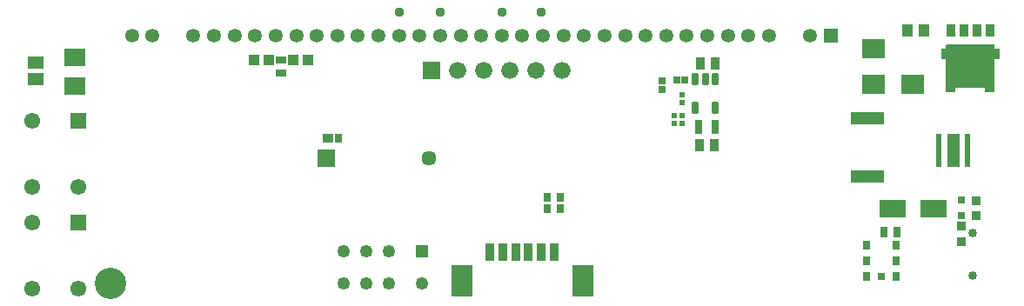
<source format=gbr>
%TF.GenerationSoftware,Altium Limited,Altium Designer,22.2.1 (43)*%
G04 Layer_Color=12360588*
%FSLAX26Y26*%
%MOIN*%
%TF.SameCoordinates,49CA406D-FE3E-4379-A0B2-47437619DC98*%
%TF.FilePolarity,Negative*%
%TF.FileFunction,Soldermask,Top*%
%TF.Part,Single*%
G01*
G75*
%TA.AperFunction,SMDPad,CuDef*%
%ADD18R,0.098425X0.066929*%
%ADD19R,0.029528X0.039370*%
%ADD22R,0.126308X0.045468*%
%ADD24R,0.031496X0.031496*%
%ADD25R,0.051181X0.129921*%
%ADD26R,0.019685X0.129921*%
%ADD27R,0.031496X0.055118*%
%TA.AperFunction,ComponentPad*%
%ADD55C,0.049213*%
%ADD56R,0.049213X0.049213*%
%ADD57C,0.061024*%
%ADD58R,0.061024X0.061024*%
%TA.AperFunction,SMDPad,CuDef*%
%ADD143R,0.028346X0.040157*%
%ADD146R,0.038000X0.038000*%
%ADD148R,0.023323X0.021748*%
%ADD154R,0.040157X0.028346*%
%ADD176C,0.037496*%
G04:AMPARAMS|DCode=182|XSize=29.622mil|YSize=45.37mil|CornerRadius=5.008mil|HoleSize=0mil|Usage=FLASHONLY|Rotation=180.000|XOffset=0mil|YOffset=0mil|HoleType=Round|Shape=RoundedRectangle|*
%AMROUNDEDRECTD182*
21,1,0.029622,0.035354,0,0,180.0*
21,1,0.019606,0.045370,0,0,180.0*
1,1,0.010016,-0.009803,0.017677*
1,1,0.010016,0.009803,0.017677*
1,1,0.010016,0.009803,-0.017677*
1,1,0.010016,-0.009803,-0.017677*
%
%ADD182ROUNDEDRECTD182*%
%TA.AperFunction,ComponentPad*%
%ADD185R,0.053244X0.053244*%
%ADD186C,0.053244*%
%ADD187R,0.070961X0.070961*%
%ADD188C,0.057181*%
%ADD189C,0.120173*%
%ADD190C,0.033559*%
%ADD191R,0.066000X0.066000*%
%ADD192C,0.066000*%
%TA.AperFunction,ViaPad*%
%ADD193C,0.025685*%
%TA.AperFunction,SMDPad,CuDef*%
%ADD198R,0.043402X0.043402*%
%ADD199R,0.027654X0.025685*%
%ADD200R,0.029622X0.031591*%
%ADD201R,0.029622X0.037496*%
%ADD202R,0.028740X0.036221*%
%ADD203R,0.044488X0.036221*%
%ADD204R,0.035528X0.045370*%
%ADD205R,0.041433X0.045370*%
%ADD206R,0.037496X0.037496*%
%ADD207R,0.033559X0.045370*%
%ADD208R,0.088677X0.072929*%
%ADD209R,0.029622X0.033559*%
%ADD210R,0.029622X0.025685*%
%ADD211R,0.084740X0.124110*%
%ADD212R,0.037496X0.068992*%
%TA.AperFunction,ConnectorPad*%
%ADD213R,0.063087X0.045370*%
%TA.AperFunction,SMDPad,CuDef*%
%ADD214R,0.084740X0.068992*%
G36*
X3845235Y1015336D02*
X3845456Y1015283D01*
X3845694Y1015225D01*
X3846131Y1015045D01*
X3846533Y1014798D01*
X3846892Y1014491D01*
Y1014491D01*
X3846892D01*
X3847199Y1014132D01*
X3847446Y1013730D01*
X3847626Y1013293D01*
X3847684Y1013055D01*
X3847737Y1012834D01*
X3847774Y1012363D01*
Y1012363D01*
Y1012363D01*
X3847773Y998639D01*
X3864252Y998639D01*
X3864722Y998602D01*
X3865182Y998492D01*
X3865362Y998417D01*
X3865618Y998311D01*
X3866020Y998064D01*
X3866380Y997758D01*
Y997758D01*
X3866380D01*
X3866686Y997399D01*
X3866933Y996996D01*
X3867039Y996740D01*
X3867114Y996560D01*
X3867224Y996101D01*
X3867261Y995630D01*
X3867263Y960001D01*
Y960001D01*
D01*
X3867226Y959530D01*
X3867115Y959071D01*
X3867041Y958891D01*
X3866935Y958635D01*
X3866688Y958232D01*
X3866381Y957873D01*
X3866381D01*
Y957873D01*
X3866022Y957567D01*
X3865619Y957320D01*
X3865364Y957214D01*
X3865183Y957139D01*
X3864724Y957029D01*
X3864253Y956992D01*
D01*
X3864253D01*
X3847772Y956992D01*
X3847773Y834016D01*
D01*
D01*
Y834016D01*
X3847736Y833546D01*
X3847626Y833087D01*
X3847445Y832650D01*
X3847294Y832404D01*
X3847199Y832248D01*
X3846892Y831889D01*
X3846892D01*
Y831889D01*
X3846533Y831582D01*
X3846377Y831486D01*
X3846130Y831335D01*
X3845694Y831154D01*
X3845235Y831044D01*
X3844764Y831007D01*
X3815237Y831006D01*
D01*
D01*
X3815237D01*
X3814766Y831043D01*
X3814656Y831070D01*
X3814307Y831153D01*
X3813871Y831334D01*
X3813715Y831430D01*
X3813468Y831581D01*
X3813162Y831843D01*
X3813109Y831887D01*
Y831887D01*
X3813109D01*
X3813064Y831940D01*
X3812802Y832246D01*
X3812651Y832493D01*
X3812556Y832649D01*
X3812375Y833085D01*
X3812291Y833434D01*
X3812265Y833544D01*
X3812228Y834015D01*
X3812226Y849706D01*
X3697774Y849708D01*
X3697773Y834016D01*
X3697736Y833545D01*
X3697656Y833214D01*
X3697625Y833087D01*
X3697625Y833086D01*
Y833086D01*
X3697581Y832981D01*
X3697445Y832650D01*
X3697198Y832248D01*
X3697198Y832247D01*
X3697198Y832247D01*
X3696996Y832011D01*
X3696891Y831889D01*
X3696891Y831888D01*
X3696891Y831888D01*
X3696768Y831784D01*
X3696532Y831582D01*
X3696532Y831582D01*
X3696532Y831582D01*
X3696129Y831335D01*
X3695799Y831198D01*
X3695693Y831154D01*
X3695693D01*
X3695693Y831154D01*
X3695565Y831123D01*
X3695234Y831044D01*
X3694763Y831007D01*
X3665237Y831006D01*
X3664766Y831043D01*
X3664307Y831153D01*
X3664127Y831228D01*
X3663871Y831334D01*
X3663468Y831581D01*
X3663109Y831887D01*
Y831887D01*
X3663109D01*
X3662803Y832246D01*
X3662556Y832649D01*
X3662450Y832904D01*
X3662375Y833085D01*
X3662265Y833544D01*
X3662228Y834015D01*
X3662226Y956990D01*
X3645748Y956991D01*
X3645277Y957028D01*
X3644818Y957138D01*
X3644382Y957319D01*
X3644135Y957470D01*
X3643979Y957566D01*
X3643620Y957872D01*
Y957872D01*
X3643620D01*
X3643313Y958232D01*
X3643218Y958388D01*
X3643067Y958634D01*
X3642886Y959070D01*
X3642776Y959530D01*
X3642739Y960000D01*
X3642739Y995630D01*
X3642776Y996101D01*
X3642887Y996560D01*
X3643067Y996996D01*
X3643314Y997399D01*
X3643621Y997758D01*
X3643980Y998065D01*
X3644382Y998311D01*
X3644819Y998492D01*
X3645278Y998602D01*
X3645749Y998639D01*
X3662227Y998639D01*
X3662227Y1012362D01*
D01*
Y1012362D01*
X3662264Y1012833D01*
X3662374Y1013292D01*
X3662555Y1013729D01*
X3662802Y1014131D01*
X3663063Y1014438D01*
X3663108Y1014490D01*
X3663108D01*
Y1014490D01*
X3663160Y1014535D01*
X3663467Y1014797D01*
X3663870Y1015044D01*
X3664306Y1015224D01*
X3664765Y1015335D01*
X3665236Y1015372D01*
D01*
X3665236D01*
X3844764Y1015373D01*
X3844764D01*
X3844765D01*
X3845235Y1015336D01*
D02*
G37*
D18*
X3613742Y385000D02*
D03*
X3456259Y385001D02*
D03*
D19*
X3755001Y959999D02*
D03*
D22*
X3359999Y508754D02*
D03*
X3360000Y731246D02*
D03*
D24*
X3720835Y358622D02*
D03*
X3720836Y417677D02*
D03*
D25*
X3690000Y610000D02*
D03*
D26*
X3634882Y610000D02*
D03*
X3745118Y610000D02*
D03*
D27*
X2713385Y699897D02*
D03*
X2776378Y699898D02*
D03*
D55*
X1355394Y97008D02*
D03*
X1442008Y97008D02*
D03*
X1528622Y97008D02*
D03*
X1355393Y222992D02*
D03*
X1442008D02*
D03*
X1528622Y222992D02*
D03*
X1654606Y97008D02*
D03*
D56*
X1654607Y222992D02*
D03*
D57*
X161417Y467047D02*
D03*
Y722953D02*
D03*
X338583Y467047D02*
D03*
X161417Y77047D02*
D03*
Y332953D02*
D03*
X338583Y77047D02*
D03*
D58*
Y722953D02*
D03*
Y332953D02*
D03*
D143*
X3424410Y295004D02*
D03*
X3475591Y295005D02*
D03*
D146*
X3719643Y259501D02*
D03*
X3719642Y319500D02*
D03*
D148*
X2652247Y710567D02*
D03*
X2652246Y740488D02*
D03*
X2619701Y740525D02*
D03*
Y710604D02*
D03*
X2651898Y790568D02*
D03*
X2651897Y820488D02*
D03*
D154*
X1115005Y955590D02*
D03*
X1115005Y904409D02*
D03*
D176*
X2112224Y1140000D02*
D03*
X1960085D02*
D03*
X1725000D02*
D03*
X1568853D02*
D03*
D182*
X2776693Y772685D02*
D03*
X2701890Y772685D02*
D03*
X2701890Y880953D02*
D03*
X2739291Y880953D02*
D03*
X2776693Y880953D02*
D03*
D185*
X3220000Y1050000D02*
D03*
D186*
X3141260Y1050000D02*
D03*
X2983779Y1050000D02*
D03*
X2905040D02*
D03*
X2826299Y1050000D02*
D03*
X2747559Y1050000D02*
D03*
X2668819Y1050000D02*
D03*
X2590078Y1050001D02*
D03*
X2511338Y1050000D02*
D03*
X2432599Y1050000D02*
D03*
X2353858Y1050000D02*
D03*
X2275118Y1050000D02*
D03*
X2196377D02*
D03*
X2117637D02*
D03*
X2038898Y1050001D02*
D03*
X1960157Y1050000D02*
D03*
X1881417Y1050001D02*
D03*
X1802677Y1050000D02*
D03*
X1723936Y1049999D02*
D03*
X1645196D02*
D03*
X1566456Y1050000D02*
D03*
X1487716Y1050000D02*
D03*
X1408976Y1050000D02*
D03*
X1330235Y1050000D02*
D03*
X1251495Y1050000D02*
D03*
X1172756Y1050000D02*
D03*
X1094015Y1050001D02*
D03*
X1015275Y1050000D02*
D03*
X936534D02*
D03*
X857795Y1050000D02*
D03*
X779054Y1049999D02*
D03*
X621574Y1050000D02*
D03*
X542834Y1050001D02*
D03*
D187*
X1288150Y580000D02*
D03*
D188*
X1681851Y579999D02*
D03*
D189*
X460000Y100000D02*
D03*
D190*
X3763544Y291693D02*
D03*
X3763543Y128307D02*
D03*
D191*
X1690000Y915000D02*
D03*
D192*
X1790000D02*
D03*
X1890000Y914999D02*
D03*
X1990000Y915000D02*
D03*
X2090000Y915000D02*
D03*
X2190000Y915000D02*
D03*
D193*
X3755000Y873485D02*
D03*
X3794370Y873485D02*
D03*
X3833740Y873484D02*
D03*
X3676260Y873485D02*
D03*
X3715629Y873484D02*
D03*
X3755000Y991594D02*
D03*
X3833740Y991594D02*
D03*
X3715630Y991593D02*
D03*
X3676259Y991595D02*
D03*
X3794370Y991595D02*
D03*
X3715631Y912855D02*
D03*
X3676259Y912854D02*
D03*
X3833740Y912854D02*
D03*
X3794370D02*
D03*
X3755001Y912854D02*
D03*
X3794370Y952225D02*
D03*
X3676260Y952225D02*
D03*
X3715630Y952224D02*
D03*
X3833740Y952225D02*
D03*
X3755001Y952224D02*
D03*
D198*
X1068543Y955000D02*
D03*
X1011457D02*
D03*
X1218543Y955000D02*
D03*
X1161457D02*
D03*
D199*
X2630236Y880000D02*
D03*
X2659764D02*
D03*
D200*
X2575000Y843268D02*
D03*
X2575000Y876732D02*
D03*
D201*
X2185591Y430001D02*
D03*
X2134410Y430001D02*
D03*
X2134409Y385000D02*
D03*
X2185591Y385000D02*
D03*
D202*
X1335394Y655000D02*
D03*
D203*
X1292481Y655000D02*
D03*
D204*
X3830001Y1070040D02*
D03*
X3780001Y1070038D02*
D03*
X3729999Y1070039D02*
D03*
X3679999Y1070039D02*
D03*
D205*
X3576496Y1069999D02*
D03*
X3513505Y1070000D02*
D03*
D206*
X3777235Y357638D02*
D03*
Y416693D02*
D03*
D207*
X2773291Y627697D02*
D03*
X2718171Y627697D02*
D03*
X2721709Y943247D02*
D03*
X2776829Y943247D02*
D03*
D208*
X3385197Y861102D02*
D03*
X3534803D02*
D03*
X3385197Y998898D02*
D03*
D209*
X3472087Y125945D02*
D03*
Y185000D02*
D03*
Y244056D02*
D03*
X3357914D02*
D03*
Y185000D02*
D03*
Y125945D02*
D03*
D210*
X3415000D02*
D03*
D211*
X2269544Y109551D02*
D03*
X1806394Y109551D02*
D03*
D212*
X2160457Y220205D02*
D03*
X2111245Y220204D02*
D03*
X2062032Y220205D02*
D03*
X2012820Y220204D02*
D03*
X1963607Y220205D02*
D03*
X1914395Y220205D02*
D03*
D213*
X175000Y883504D02*
D03*
X175000Y946496D02*
D03*
D214*
X325000Y965118D02*
D03*
Y854882D02*
D03*
%TF.MD5,16229c0ab23cd6dda8dcebdd48795944*%
M02*

</source>
